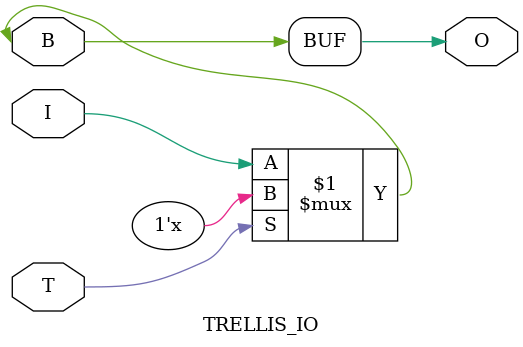
<source format=v>
module TRELLIS_IO #(
    parameter DIR = ""
)(
    inout B,
    input I,
    input T,
    output O
);

assign B = T ? 1'bz : I;

assign O = B;

endmodule

</source>
